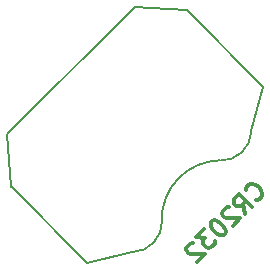
<source format=gbo>
G04 #@! TF.FileFunction,Legend,Bot*
%FSLAX46Y46*%
G04 Gerber Fmt 4.6, Leading zero omitted, Abs format (unit mm)*
G04 Created by KiCad (PCBNEW 4.0.7) date 06/29/18 14:44:45*
%MOMM*%
%LPD*%
G01*
G04 APERTURE LIST*
%ADD10C,0.100000*%
%ADD11C,0.300000*%
%ADD12C,0.150000*%
G04 APERTURE END LIST*
D10*
D11*
X217739142Y-97470472D02*
X217840158Y-97470472D01*
X218042188Y-97369456D01*
X218143203Y-97268441D01*
X218244218Y-97066412D01*
X218244219Y-96864381D01*
X218193711Y-96712858D01*
X218042188Y-96460319D01*
X217890666Y-96308797D01*
X217638127Y-96157274D01*
X217486604Y-96106766D01*
X217284573Y-96106767D01*
X217082543Y-96207781D01*
X216981528Y-96308796D01*
X216880513Y-96510827D01*
X216880513Y-96611843D01*
X216779497Y-98632148D02*
X216627974Y-97773518D01*
X217385588Y-98026056D02*
X216324928Y-96965396D01*
X215920868Y-97369456D01*
X215870360Y-97520980D01*
X215870360Y-97621995D01*
X215920868Y-97773518D01*
X216072390Y-97925041D01*
X216223914Y-97975549D01*
X216324928Y-97975549D01*
X216476452Y-97925041D01*
X216880513Y-97520980D01*
X215415792Y-98076564D02*
X215314776Y-98076564D01*
X215163253Y-98127071D01*
X214910715Y-98379609D01*
X214860207Y-98531132D01*
X214860207Y-98632148D01*
X214910715Y-98783671D01*
X215011731Y-98884686D01*
X215213761Y-98985702D01*
X216425943Y-98985701D01*
X215769345Y-99642300D01*
X214052086Y-99238238D02*
X213951070Y-99339254D01*
X213900563Y-99490777D01*
X213900563Y-99591793D01*
X213951070Y-99743316D01*
X214102593Y-99995853D01*
X214355132Y-100248391D01*
X214607669Y-100399914D01*
X214759192Y-100450422D01*
X214860208Y-100450422D01*
X215011731Y-100399914D01*
X215112746Y-100298899D01*
X215163254Y-100147376D01*
X215163254Y-100046360D01*
X215112746Y-99894838D01*
X214961223Y-99642300D01*
X214708685Y-99389762D01*
X214456147Y-99238239D01*
X214304624Y-99187731D01*
X214203609Y-99187731D01*
X214052086Y-99238238D01*
X213344979Y-99945345D02*
X212688380Y-100601944D01*
X213445995Y-100652452D01*
X213294472Y-100803975D01*
X213243964Y-100955498D01*
X213243964Y-101056513D01*
X213294472Y-101208036D01*
X213547010Y-101460574D01*
X213698532Y-101511082D01*
X213799548Y-101511082D01*
X213951070Y-101460574D01*
X214254117Y-101157528D01*
X214304624Y-101006005D01*
X214304624Y-100904990D01*
X212385335Y-101107021D02*
X212284319Y-101107021D01*
X212132796Y-101157528D01*
X211880258Y-101410066D01*
X211829751Y-101561589D01*
X211829751Y-101662605D01*
X211880259Y-101814127D01*
X211981274Y-101915142D01*
X212183304Y-102016158D01*
X213395487Y-102016158D01*
X212738888Y-102672757D01*
D12*
X217343677Y-91625987D02*
X218331505Y-87854280D01*
X207285790Y-101863479D02*
X203424280Y-102761505D01*
X217361637Y-91608027D02*
G75*
G02X214667560Y-94122498I-2604274J89803D01*
G01*
X209791281Y-99178383D02*
G75*
G02X207276809Y-101872459I-2604274J-89802D01*
G01*
X209755361Y-99214304D02*
G75*
G02X214694501Y-94095558I5028943J89803D01*
G01*
X196689088Y-91895395D02*
X197003396Y-96340622D01*
X211865720Y-81388495D02*
X207375592Y-81119088D01*
X207465395Y-81119088D02*
X196689088Y-91895395D01*
X218331505Y-87854280D02*
X211865720Y-81388495D01*
X203424280Y-102761505D02*
X196958495Y-96295720D01*
M02*

</source>
